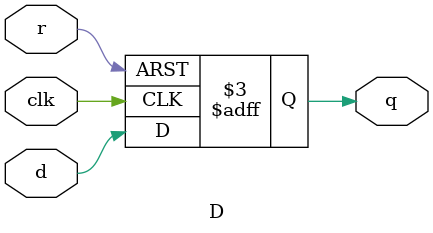
<source format=v>
module check_d(clk,d,r,flag,q);
  input clk,d,r;
  output flag;
  output [5:0]q;
  
  wire [5:0]q;
  wire flag;
  
  D d1(.clk(clk),.d(d),.r(r),.q(q[5]));
  D d2(.clk(clk),.d(q[5]),.r(r),.q(q[4]));
  D d3(.clk(clk),.d(q[4]),.r(r),.q(q[3]));
  D d4(.clk(clk),.d(q[3]),.r(r),.q(q[2]));
  D d5(.clk(clk),.d(q[2]),.r(r),.q(q[1]));
  D d6(.clk(clk),.d(q[1]),.r(r),.q(q[0]));
  and and1(flag,q[0],~q[1],q[2],~q[3],q[4],q[5]);
endmodule

module D(clk,d,r,q);
  input clk,d,r;
  output q;
  reg q;
  
  always @(posedge clk or negedge r)
  begin
     if(~r) 
        begin
        q<=0;
      end
     else
     begin
      q<=d;
    end
  end
endmodule

</source>
